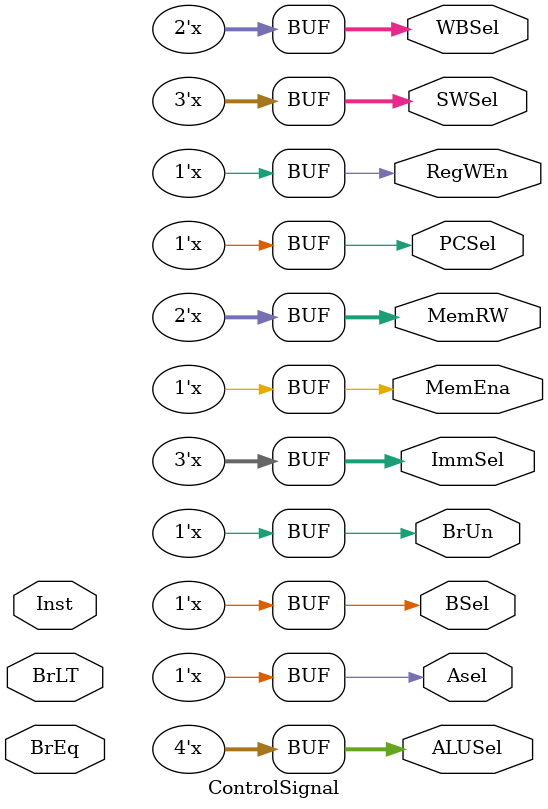
<source format=v>

module ControlSignal(
	input[31:0] Inst, 
	input BrLT, 
	input BrEq, 

	
	output reg[2:0] ImmSel,	//3
	output reg RegWEn,		//1
	output reg BrUn,			//1
	output reg PCSel, 		//1
	output reg Asel,			//1
	output reg BSel,			//1
	output reg[3:0] ALUSel,	//4
	output reg[1:0] MemRW,	//2
	output reg[2:0] SWSel,	//3
	output reg[1:0] WBSel,	//2
	output reg MemEna			//1
	); 							//20
	reg [19:0] ROM0 [0:1];
	reg [19:0] ROM1 [0:7];
	reg [19:0] ROM2 [0:15];
	reg [19:0] ROM3 [0:7];
	reg [19:0] ROM4 [0:3];
	reg [19:0] ROM5 [0:3];
	reg [19:0] ROM6 [0:7];
	reg [19:0] temp;
	
	initial begin 
					//	       IMM_R_B_P_A_B_ALUS_ME_SWS_WB_MR
		ROM0[1'b 0] = 20'b 110_1_0_0_0_1_0110_00_000_01_0;	//SRLI	
		ROM0[1'b 1] = 20'b 110_1_0_0_0_1_0111_00_000_01_0;	//SRAI
		
						//	       IMM_R_B_P_A_B_ALUS_ME_SWS_WB_MR
		ROM1[3'b 000] = 20'b 001_1_0_0_0_1_0000_00_000_01_0; 	//ADDI
		ROM1[3'b 010] = 20'b 001_1_0_0_0_1_1000_00_000_01_0;	//SLTI			
		ROM1[3'b 011] = 20'b 001_1_0_0_0_1_1001_00_000_01_0;	//SLTU	
		ROM1[3'b 100] = 20'b 001_1_0_0_0_1_0100_00_000_01_0;	//XORI	
		ROM1[3'b 110] = 20'b 001_1_0_0_0_1_0010_00_000_01_0;	//ORI	
		ROM1[3'b 111] = 20'b 001_1_0_0_0_1_0011_00_000_01_0;	//ANDI	
		ROM1[3'b 001] = 20'b 110_1_0_0_0_1_0101_00_000_01_0;	//SLLI	
	

						//	       IMM_R_B_P_A_B_ALUS_ME_SWS_WB_MR
		ROM2[4'b 0000] = 20'b 000_1_0_0_0_0_0000_00_000_01_0; 	//ADD
		ROM2[4'b 0001] = 20'b 000_1_0_0_0_0_0001_00_000_01_0;	//Sub			
		ROM2[4'b 0010] = 20'b 000_1_0_0_0_0_0101_00_000_01_0;	//SLL	
		ROM2[4'b 0100] = 20'b 000_1_0_0_0_0_1000_00_000_01_0;	//SLT	
		ROM2[4'b 0110] = 20'b 000_1_0_0_0_0_1001_00_000_01_0;	//SLTU	
		ROM2[4'b 1000] = 20'b 000_1_0_0_0_0_0100_00_000_01_0;	//XOR	
		ROM2[4'b 1010] = 20'b 000_1_0_0_0_0_0110_00_000_01_0;	//SRL	
		ROM2[4'b 1011] = 20'b 000_1_0_0_0_0_0111_00_000_01_0;	//SRA	
		ROM2[4'b 1100] = 20'b 000_1_0_0_0_0_0010_00_000_01_0;	//OR	
		ROM2[4'b 1110] = 20'b 000_1_0_0_0_0_0011_00_000_01_0;	//AND	

						//	      IMM_R_B_P_A_B_ALUS_ME_SWS_WB_MR
		ROM3[3'b 000] = 20'b 001_1_0_0_0_1_0000_00_011_00_1; //LB
		ROM3[3'b 001] = 20'b 001_1_0_0_0_1_0000_00_100_00_1;	//LH			
		ROM3[3'b 010] = 20'b 001_1_0_0_0_1_0000_00_010_00_1;	//LW	
		ROM3[3'b 100] = 20'b 001_1_0_0_0_1_0000_00_000_00_1;	//LBU	
		ROM3[3'b 101] = 20'b 001_1_0_0_0_1_0000_00_001_00_1;	//LHU	
		
					//	        IMM_R_B_P_A_B_ALUS_ME_SWS_WB_MR
		ROM4[2'b 00] = 20'b 010_0_0_0_0_1_0000_01_000_00_1; //SB
		ROM4[2'b 01] = 20'b 010_0_0_0_0_1_0000_10_000_00_1;	//SH			
		ROM4[2'b 10] = 20'b 010_0_0_0_0_1_0000_11_000_00_1;	//SW	

						//	     IMM_R_B_P_A_B_ALUS_ME_SWS_WB_MR
		ROM5[2'b 01] = 20'b 011_0_0_1_1_1_0000_00_000_00_0; 	//BEQ
		ROM5[2'b 00] = 20'b 011_0_0_0_0_0_0000_00_000_00_0;	//BEQ		
		ROM5[2'b 11] = 20'b 011_0_0_0_0_0_0000_00_000_00_0;	//BNE
		ROM5[2'b 10] = 20'b 011_0_0_1_1_1_0000_00_000_00_0;	//BNE	

						//	      IMM_R_B_P_A_B_ALUS_ME_SWS_WB_MR
		ROM6[3'b 001] = 20'b 011_0_0_1_1_1_0000_00_000_00_0; //BLT
		ROM6[3'b 000] = 20'b 011_0_0_0_0_0_0000_00_000_00_0;	//BLT			
		ROM6[3'b 011] = 20'b 011_0_0_0_0_0_0000_00_000_00_0;	//BGE	
		ROM6[3'b 010] = 20'b 011_0_0_1_1_1_0000_00_000_00_0;	//BGE	
		ROM6[3'b 101] = 20'b 011_0_1_1_1_1_0000_00_000_00_0;	//BLTU	
		ROM6[3'b 100] = 20'b 011_0_1_0_0_0_0000_00_000_00_0;	//BLTU	
		ROM6[3'b 111] = 20'b 011_0_1_0_0_0_0000_00_000_00_0;	//BGEU
		ROM6[3'b 110] = 20'b 011_0_1_1_1_1_0000_00_000_00_0;	//BGEU
		
	end	

	always@* begin
		case(Inst[6:2])
			5'b00100 : 
                begin
							case(Inst[14:12])
								3'b 101 : temp <= ROM0[Inst[30]];//yellow
								default : temp <= ROM1[Inst[14:12]];//yellow   
							endcase
                end
			5'b01100 : temp <= ROM2[{Inst[14:12],Inst[30]}];//blue
			            //	         IMM_R_B_P_A_B_ALUS_ME_SWS_WB
			5'b11001 : temp <= 20'b 001_1_0_1_0_1_1011_00_000_01_0; 	//JALR
			5'b00000 : temp <= ROM3[Inst[14:12]]; //RED
			5'b01000 : temp <= ROM4[Inst[13:12]]; //GREEN
			5'b11000 : //LRED
                begin
							case(Inst[14])
								1'b0 : temp <= ROM5[{Inst[12],BrEq}];//Lyellow
								1'b1 : temp <= ROM6[{Inst[13:12],BrLT}];//Lgreen    
							endcase
                end
			            //	         IMM_R_B_P_A_B_ALUS_ME_SWS_WB
			5'b01101 : temp <= 20'b 100_1_0_0_0_1_1010_00_000_01_0; 	//LUP
			            //	         IMM_R_B_P_A_B_ALUS_ME_SWS_WB
			5'b00101 : temp <= 20'b 100_1_0_0_1_1_0000_00_000_01_0; 	//AUIPC	
			            //	         IMM_R_B_P_A_B_ALUS_ME_SWS_WB
			5'b11011 : temp <= 20'b 101_1_0_1_1_1_0000_00_000_10_0; 	//JAL
			
			5'b00011 : temp <= 20'b 000_0_0_0_0_0_0000_00_000_00_0; 	//FENCE
		endcase                  //987_6 5 4 3 2 1098_76_543_21_0
		
		
		ImmSel <= temp[19:17];	//3
		RegWEn <= temp[16];	//1
		BrUn <= temp[15];	//1
		PCSel <= temp[14]; 	//1
		Asel <= temp[13];	//1
		BSel <= temp[12];	//1
		ALUSel <= temp[11:8];	//4
		MemRW <= temp[7:6];	//2
		SWSel <= temp[5:3];	//3
		WBSel <= temp[2:1];	//2
		MemEna <= temp[0];
	end

endmodule
</source>
